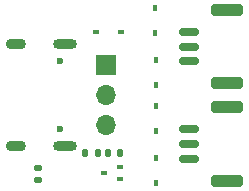
<source format=gbr>
%TF.GenerationSoftware,KiCad,Pcbnew,(6.0.9)*%
%TF.CreationDate,2022-11-27T18:10:09+08:00*%
%TF.ProjectId,usb2serial_pcb,75736232-7365-4726-9961-6c5f7063622e,1.0*%
%TF.SameCoordinates,Original*%
%TF.FileFunction,Soldermask,Bot*%
%TF.FilePolarity,Negative*%
%FSLAX46Y46*%
G04 Gerber Fmt 4.6, Leading zero omitted, Abs format (unit mm)*
G04 Created by KiCad (PCBNEW (6.0.9)) date 2022-11-27 18:10:09*
%MOMM*%
%LPD*%
G01*
G04 APERTURE LIST*
G04 Aperture macros list*
%AMRoundRect*
0 Rectangle with rounded corners*
0 $1 Rounding radius*
0 $2 $3 $4 $5 $6 $7 $8 $9 X,Y pos of 4 corners*
0 Add a 4 corners polygon primitive as box body*
4,1,4,$2,$3,$4,$5,$6,$7,$8,$9,$2,$3,0*
0 Add four circle primitives for the rounded corners*
1,1,$1+$1,$2,$3*
1,1,$1+$1,$4,$5*
1,1,$1+$1,$6,$7*
1,1,$1+$1,$8,$9*
0 Add four rect primitives between the rounded corners*
20,1,$1+$1,$2,$3,$4,$5,0*
20,1,$1+$1,$4,$5,$6,$7,0*
20,1,$1+$1,$6,$7,$8,$9,0*
20,1,$1+$1,$8,$9,$2,$3,0*%
G04 Aperture macros list end*
%ADD10C,0.600000*%
%ADD11O,1.700000X0.900000*%
%ADD12O,2.000000X0.900000*%
%ADD13R,0.450000X0.600000*%
%ADD14RoundRect,0.150000X-0.700000X0.150000X-0.700000X-0.150000X0.700000X-0.150000X0.700000X0.150000X0*%
%ADD15RoundRect,0.250000X-1.100000X0.250000X-1.100000X-0.250000X1.100000X-0.250000X1.100000X0.250000X0*%
%ADD16RoundRect,0.135000X0.135000X0.185000X-0.135000X0.185000X-0.135000X-0.185000X0.135000X-0.185000X0*%
%ADD17RoundRect,0.135000X-0.135000X-0.185000X0.135000X-0.185000X0.135000X0.185000X-0.135000X0.185000X0*%
%ADD18RoundRect,0.135000X0.185000X-0.135000X0.185000X0.135000X-0.185000X0.135000X-0.185000X-0.135000X0*%
%ADD19R,1.700000X1.700000*%
%ADD20O,1.700000X1.700000*%
%ADD21R,0.600000X0.450000*%
%ADD22R,0.510000X0.400000*%
G04 APERTURE END LIST*
D10*
%TO.C,J1*%
X54445800Y-42955020D03*
X54445800Y-37175020D03*
D11*
X50755800Y-44385020D03*
X50755800Y-35745020D03*
D12*
X54925800Y-35745020D03*
X54925800Y-44385020D03*
%TD*%
D13*
%TO.C,D3*%
X62585600Y-40961600D03*
X62585600Y-43061600D03*
%TD*%
D14*
%TO.C,J4*%
X65409200Y-42946000D03*
X65409200Y-44196000D03*
X65409200Y-45446000D03*
D15*
X68609200Y-41096000D03*
X68609200Y-47296000D03*
%TD*%
D13*
%TO.C,D4*%
X62585600Y-47481200D03*
X62585600Y-45381200D03*
%TD*%
D16*
%TO.C,R1*%
X57660000Y-44958000D03*
X56640000Y-44958000D03*
%TD*%
D17*
%TO.C,R4*%
X58570400Y-44958000D03*
X59590400Y-44958000D03*
%TD*%
D14*
%TO.C,J3*%
X65409200Y-34716400D03*
X65409200Y-35966400D03*
X65409200Y-37216400D03*
D15*
X68609200Y-32866400D03*
X68609200Y-39066400D03*
%TD*%
D18*
%TO.C,R8*%
X52628800Y-47220600D03*
X52628800Y-46200600D03*
%TD*%
D13*
%TO.C,D1*%
X62534800Y-32681200D03*
X62534800Y-34781200D03*
%TD*%
D19*
%TO.C,J2*%
X58375400Y-37541200D03*
D20*
X58375400Y-40081200D03*
X58375400Y-42621200D03*
%TD*%
D13*
%TO.C,D2*%
X62585600Y-39200800D03*
X62585600Y-37100800D03*
%TD*%
D21*
%TO.C,D5*%
X57522400Y-34747200D03*
X59622400Y-34747200D03*
%TD*%
D22*
%TO.C,Q1*%
X59522200Y-46134400D03*
X59522200Y-47134400D03*
X58232200Y-46634400D03*
%TD*%
M02*

</source>
